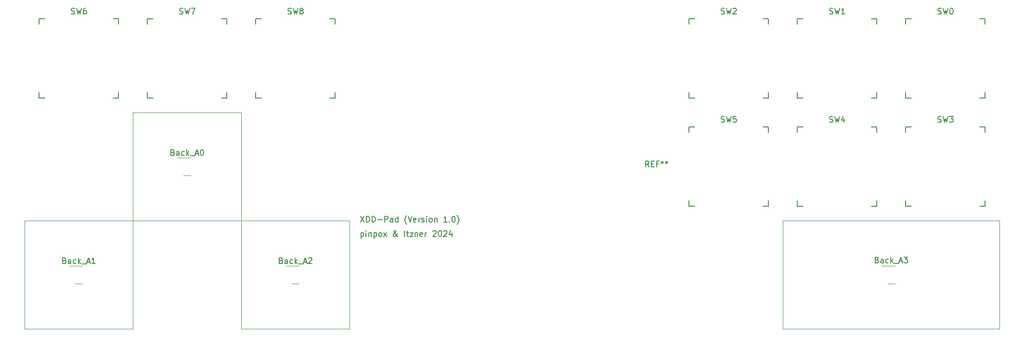
<source format=gbr>
%TF.GenerationSoftware,KiCad,Pcbnew,7.0.9*%
%TF.CreationDate,2024-01-30T16:44:38+01:00*%
%TF.ProjectId,tm-gamepad,746d2d67-616d-4657-9061-642e6b696361,rev?*%
%TF.SameCoordinates,Original*%
%TF.FileFunction,Legend,Top*%
%TF.FilePolarity,Positive*%
%FSLAX46Y46*%
G04 Gerber Fmt 4.6, Leading zero omitted, Abs format (unit mm)*
G04 Created by KiCad (PCBNEW 7.0.9) date 2024-01-30 16:44:38*
%MOMM*%
%LPD*%
G01*
G04 APERTURE LIST*
%ADD10C,0.150000*%
%ADD11C,0.100000*%
%ADD12C,0.120000*%
G04 APERTURE END LIST*
D10*
X105517541Y-73270819D02*
X106184207Y-74270819D01*
X106184207Y-73270819D02*
X105517541Y-74270819D01*
X106565160Y-74270819D02*
X106565160Y-73270819D01*
X106565160Y-73270819D02*
X106803255Y-73270819D01*
X106803255Y-73270819D02*
X106946112Y-73318438D01*
X106946112Y-73318438D02*
X107041350Y-73413676D01*
X107041350Y-73413676D02*
X107088969Y-73508914D01*
X107088969Y-73508914D02*
X107136588Y-73699390D01*
X107136588Y-73699390D02*
X107136588Y-73842247D01*
X107136588Y-73842247D02*
X107088969Y-74032723D01*
X107088969Y-74032723D02*
X107041350Y-74127961D01*
X107041350Y-74127961D02*
X106946112Y-74223200D01*
X106946112Y-74223200D02*
X106803255Y-74270819D01*
X106803255Y-74270819D02*
X106565160Y-74270819D01*
X107565160Y-74270819D02*
X107565160Y-73270819D01*
X107565160Y-73270819D02*
X107803255Y-73270819D01*
X107803255Y-73270819D02*
X107946112Y-73318438D01*
X107946112Y-73318438D02*
X108041350Y-73413676D01*
X108041350Y-73413676D02*
X108088969Y-73508914D01*
X108088969Y-73508914D02*
X108136588Y-73699390D01*
X108136588Y-73699390D02*
X108136588Y-73842247D01*
X108136588Y-73842247D02*
X108088969Y-74032723D01*
X108088969Y-74032723D02*
X108041350Y-74127961D01*
X108041350Y-74127961D02*
X107946112Y-74223200D01*
X107946112Y-74223200D02*
X107803255Y-74270819D01*
X107803255Y-74270819D02*
X107565160Y-74270819D01*
X108565160Y-73889866D02*
X109327065Y-73889866D01*
X109803255Y-74270819D02*
X109803255Y-73270819D01*
X109803255Y-73270819D02*
X110184207Y-73270819D01*
X110184207Y-73270819D02*
X110279445Y-73318438D01*
X110279445Y-73318438D02*
X110327064Y-73366057D01*
X110327064Y-73366057D02*
X110374683Y-73461295D01*
X110374683Y-73461295D02*
X110374683Y-73604152D01*
X110374683Y-73604152D02*
X110327064Y-73699390D01*
X110327064Y-73699390D02*
X110279445Y-73747009D01*
X110279445Y-73747009D02*
X110184207Y-73794628D01*
X110184207Y-73794628D02*
X109803255Y-73794628D01*
X111231826Y-74270819D02*
X111231826Y-73747009D01*
X111231826Y-73747009D02*
X111184207Y-73651771D01*
X111184207Y-73651771D02*
X111088969Y-73604152D01*
X111088969Y-73604152D02*
X110898493Y-73604152D01*
X110898493Y-73604152D02*
X110803255Y-73651771D01*
X111231826Y-74223200D02*
X111136588Y-74270819D01*
X111136588Y-74270819D02*
X110898493Y-74270819D01*
X110898493Y-74270819D02*
X110803255Y-74223200D01*
X110803255Y-74223200D02*
X110755636Y-74127961D01*
X110755636Y-74127961D02*
X110755636Y-74032723D01*
X110755636Y-74032723D02*
X110803255Y-73937485D01*
X110803255Y-73937485D02*
X110898493Y-73889866D01*
X110898493Y-73889866D02*
X111136588Y-73889866D01*
X111136588Y-73889866D02*
X111231826Y-73842247D01*
X112136588Y-74270819D02*
X112136588Y-73270819D01*
X112136588Y-74223200D02*
X112041350Y-74270819D01*
X112041350Y-74270819D02*
X111850874Y-74270819D01*
X111850874Y-74270819D02*
X111755636Y-74223200D01*
X111755636Y-74223200D02*
X111708017Y-74175580D01*
X111708017Y-74175580D02*
X111660398Y-74080342D01*
X111660398Y-74080342D02*
X111660398Y-73794628D01*
X111660398Y-73794628D02*
X111708017Y-73699390D01*
X111708017Y-73699390D02*
X111755636Y-73651771D01*
X111755636Y-73651771D02*
X111850874Y-73604152D01*
X111850874Y-73604152D02*
X112041350Y-73604152D01*
X112041350Y-73604152D02*
X112136588Y-73651771D01*
X113660398Y-74651771D02*
X113612779Y-74604152D01*
X113612779Y-74604152D02*
X113517541Y-74461295D01*
X113517541Y-74461295D02*
X113469922Y-74366057D01*
X113469922Y-74366057D02*
X113422303Y-74223200D01*
X113422303Y-74223200D02*
X113374684Y-73985104D01*
X113374684Y-73985104D02*
X113374684Y-73794628D01*
X113374684Y-73794628D02*
X113422303Y-73556533D01*
X113422303Y-73556533D02*
X113469922Y-73413676D01*
X113469922Y-73413676D02*
X113517541Y-73318438D01*
X113517541Y-73318438D02*
X113612779Y-73175580D01*
X113612779Y-73175580D02*
X113660398Y-73127961D01*
X113898494Y-73270819D02*
X114231827Y-74270819D01*
X114231827Y-74270819D02*
X114565160Y-73270819D01*
X115279446Y-74223200D02*
X115184208Y-74270819D01*
X115184208Y-74270819D02*
X114993732Y-74270819D01*
X114993732Y-74270819D02*
X114898494Y-74223200D01*
X114898494Y-74223200D02*
X114850875Y-74127961D01*
X114850875Y-74127961D02*
X114850875Y-73747009D01*
X114850875Y-73747009D02*
X114898494Y-73651771D01*
X114898494Y-73651771D02*
X114993732Y-73604152D01*
X114993732Y-73604152D02*
X115184208Y-73604152D01*
X115184208Y-73604152D02*
X115279446Y-73651771D01*
X115279446Y-73651771D02*
X115327065Y-73747009D01*
X115327065Y-73747009D02*
X115327065Y-73842247D01*
X115327065Y-73842247D02*
X114850875Y-73937485D01*
X115755637Y-74270819D02*
X115755637Y-73604152D01*
X115755637Y-73794628D02*
X115803256Y-73699390D01*
X115803256Y-73699390D02*
X115850875Y-73651771D01*
X115850875Y-73651771D02*
X115946113Y-73604152D01*
X115946113Y-73604152D02*
X116041351Y-73604152D01*
X116327066Y-74223200D02*
X116422304Y-74270819D01*
X116422304Y-74270819D02*
X116612780Y-74270819D01*
X116612780Y-74270819D02*
X116708018Y-74223200D01*
X116708018Y-74223200D02*
X116755637Y-74127961D01*
X116755637Y-74127961D02*
X116755637Y-74080342D01*
X116755637Y-74080342D02*
X116708018Y-73985104D01*
X116708018Y-73985104D02*
X116612780Y-73937485D01*
X116612780Y-73937485D02*
X116469923Y-73937485D01*
X116469923Y-73937485D02*
X116374685Y-73889866D01*
X116374685Y-73889866D02*
X116327066Y-73794628D01*
X116327066Y-73794628D02*
X116327066Y-73747009D01*
X116327066Y-73747009D02*
X116374685Y-73651771D01*
X116374685Y-73651771D02*
X116469923Y-73604152D01*
X116469923Y-73604152D02*
X116612780Y-73604152D01*
X116612780Y-73604152D02*
X116708018Y-73651771D01*
X117184209Y-74270819D02*
X117184209Y-73604152D01*
X117184209Y-73270819D02*
X117136590Y-73318438D01*
X117136590Y-73318438D02*
X117184209Y-73366057D01*
X117184209Y-73366057D02*
X117231828Y-73318438D01*
X117231828Y-73318438D02*
X117184209Y-73270819D01*
X117184209Y-73270819D02*
X117184209Y-73366057D01*
X117803256Y-74270819D02*
X117708018Y-74223200D01*
X117708018Y-74223200D02*
X117660399Y-74175580D01*
X117660399Y-74175580D02*
X117612780Y-74080342D01*
X117612780Y-74080342D02*
X117612780Y-73794628D01*
X117612780Y-73794628D02*
X117660399Y-73699390D01*
X117660399Y-73699390D02*
X117708018Y-73651771D01*
X117708018Y-73651771D02*
X117803256Y-73604152D01*
X117803256Y-73604152D02*
X117946113Y-73604152D01*
X117946113Y-73604152D02*
X118041351Y-73651771D01*
X118041351Y-73651771D02*
X118088970Y-73699390D01*
X118088970Y-73699390D02*
X118136589Y-73794628D01*
X118136589Y-73794628D02*
X118136589Y-74080342D01*
X118136589Y-74080342D02*
X118088970Y-74175580D01*
X118088970Y-74175580D02*
X118041351Y-74223200D01*
X118041351Y-74223200D02*
X117946113Y-74270819D01*
X117946113Y-74270819D02*
X117803256Y-74270819D01*
X118565161Y-73604152D02*
X118565161Y-74270819D01*
X118565161Y-73699390D02*
X118612780Y-73651771D01*
X118612780Y-73651771D02*
X118708018Y-73604152D01*
X118708018Y-73604152D02*
X118850875Y-73604152D01*
X118850875Y-73604152D02*
X118946113Y-73651771D01*
X118946113Y-73651771D02*
X118993732Y-73747009D01*
X118993732Y-73747009D02*
X118993732Y-74270819D01*
X120755637Y-74270819D02*
X120184209Y-74270819D01*
X120469923Y-74270819D02*
X120469923Y-73270819D01*
X120469923Y-73270819D02*
X120374685Y-73413676D01*
X120374685Y-73413676D02*
X120279447Y-73508914D01*
X120279447Y-73508914D02*
X120184209Y-73556533D01*
X121184209Y-74175580D02*
X121231828Y-74223200D01*
X121231828Y-74223200D02*
X121184209Y-74270819D01*
X121184209Y-74270819D02*
X121136590Y-74223200D01*
X121136590Y-74223200D02*
X121184209Y-74175580D01*
X121184209Y-74175580D02*
X121184209Y-74270819D01*
X121850875Y-73270819D02*
X121946113Y-73270819D01*
X121946113Y-73270819D02*
X122041351Y-73318438D01*
X122041351Y-73318438D02*
X122088970Y-73366057D01*
X122088970Y-73366057D02*
X122136589Y-73461295D01*
X122136589Y-73461295D02*
X122184208Y-73651771D01*
X122184208Y-73651771D02*
X122184208Y-73889866D01*
X122184208Y-73889866D02*
X122136589Y-74080342D01*
X122136589Y-74080342D02*
X122088970Y-74175580D01*
X122088970Y-74175580D02*
X122041351Y-74223200D01*
X122041351Y-74223200D02*
X121946113Y-74270819D01*
X121946113Y-74270819D02*
X121850875Y-74270819D01*
X121850875Y-74270819D02*
X121755637Y-74223200D01*
X121755637Y-74223200D02*
X121708018Y-74175580D01*
X121708018Y-74175580D02*
X121660399Y-74080342D01*
X121660399Y-74080342D02*
X121612780Y-73889866D01*
X121612780Y-73889866D02*
X121612780Y-73651771D01*
X121612780Y-73651771D02*
X121660399Y-73461295D01*
X121660399Y-73461295D02*
X121708018Y-73366057D01*
X121708018Y-73366057D02*
X121755637Y-73318438D01*
X121755637Y-73318438D02*
X121850875Y-73270819D01*
X122517542Y-74651771D02*
X122565161Y-74604152D01*
X122565161Y-74604152D02*
X122660399Y-74461295D01*
X122660399Y-74461295D02*
X122708018Y-74366057D01*
X122708018Y-74366057D02*
X122755637Y-74223200D01*
X122755637Y-74223200D02*
X122803256Y-73985104D01*
X122803256Y-73985104D02*
X122803256Y-73794628D01*
X122803256Y-73794628D02*
X122755637Y-73556533D01*
X122755637Y-73556533D02*
X122708018Y-73413676D01*
X122708018Y-73413676D02*
X122660399Y-73318438D01*
X122660399Y-73318438D02*
X122565161Y-73175580D01*
X122565161Y-73175580D02*
X122517542Y-73127961D01*
X118265160Y-75906057D02*
X118312779Y-75858438D01*
X118312779Y-75858438D02*
X118408017Y-75810819D01*
X118408017Y-75810819D02*
X118646112Y-75810819D01*
X118646112Y-75810819D02*
X118741350Y-75858438D01*
X118741350Y-75858438D02*
X118788969Y-75906057D01*
X118788969Y-75906057D02*
X118836588Y-76001295D01*
X118836588Y-76001295D02*
X118836588Y-76096533D01*
X118836588Y-76096533D02*
X118788969Y-76239390D01*
X118788969Y-76239390D02*
X118217541Y-76810819D01*
X118217541Y-76810819D02*
X118836588Y-76810819D01*
X119455636Y-75810819D02*
X119550874Y-75810819D01*
X119550874Y-75810819D02*
X119646112Y-75858438D01*
X119646112Y-75858438D02*
X119693731Y-75906057D01*
X119693731Y-75906057D02*
X119741350Y-76001295D01*
X119741350Y-76001295D02*
X119788969Y-76191771D01*
X119788969Y-76191771D02*
X119788969Y-76429866D01*
X119788969Y-76429866D02*
X119741350Y-76620342D01*
X119741350Y-76620342D02*
X119693731Y-76715580D01*
X119693731Y-76715580D02*
X119646112Y-76763200D01*
X119646112Y-76763200D02*
X119550874Y-76810819D01*
X119550874Y-76810819D02*
X119455636Y-76810819D01*
X119455636Y-76810819D02*
X119360398Y-76763200D01*
X119360398Y-76763200D02*
X119312779Y-76715580D01*
X119312779Y-76715580D02*
X119265160Y-76620342D01*
X119265160Y-76620342D02*
X119217541Y-76429866D01*
X119217541Y-76429866D02*
X119217541Y-76191771D01*
X119217541Y-76191771D02*
X119265160Y-76001295D01*
X119265160Y-76001295D02*
X119312779Y-75906057D01*
X119312779Y-75906057D02*
X119360398Y-75858438D01*
X119360398Y-75858438D02*
X119455636Y-75810819D01*
X120169922Y-75906057D02*
X120217541Y-75858438D01*
X120217541Y-75858438D02*
X120312779Y-75810819D01*
X120312779Y-75810819D02*
X120550874Y-75810819D01*
X120550874Y-75810819D02*
X120646112Y-75858438D01*
X120646112Y-75858438D02*
X120693731Y-75906057D01*
X120693731Y-75906057D02*
X120741350Y-76001295D01*
X120741350Y-76001295D02*
X120741350Y-76096533D01*
X120741350Y-76096533D02*
X120693731Y-76239390D01*
X120693731Y-76239390D02*
X120122303Y-76810819D01*
X120122303Y-76810819D02*
X120741350Y-76810819D01*
X121598493Y-76144152D02*
X121598493Y-76810819D01*
X121360398Y-75763200D02*
X121122303Y-76477485D01*
X121122303Y-76477485D02*
X121741350Y-76477485D01*
X105612779Y-76144152D02*
X105612779Y-77144152D01*
X105612779Y-76191771D02*
X105708017Y-76144152D01*
X105708017Y-76144152D02*
X105898493Y-76144152D01*
X105898493Y-76144152D02*
X105993731Y-76191771D01*
X105993731Y-76191771D02*
X106041350Y-76239390D01*
X106041350Y-76239390D02*
X106088969Y-76334628D01*
X106088969Y-76334628D02*
X106088969Y-76620342D01*
X106088969Y-76620342D02*
X106041350Y-76715580D01*
X106041350Y-76715580D02*
X105993731Y-76763200D01*
X105993731Y-76763200D02*
X105898493Y-76810819D01*
X105898493Y-76810819D02*
X105708017Y-76810819D01*
X105708017Y-76810819D02*
X105612779Y-76763200D01*
X106517541Y-76810819D02*
X106517541Y-76144152D01*
X106517541Y-75810819D02*
X106469922Y-75858438D01*
X106469922Y-75858438D02*
X106517541Y-75906057D01*
X106517541Y-75906057D02*
X106565160Y-75858438D01*
X106565160Y-75858438D02*
X106517541Y-75810819D01*
X106517541Y-75810819D02*
X106517541Y-75906057D01*
X106993731Y-76144152D02*
X106993731Y-76810819D01*
X106993731Y-76239390D02*
X107041350Y-76191771D01*
X107041350Y-76191771D02*
X107136588Y-76144152D01*
X107136588Y-76144152D02*
X107279445Y-76144152D01*
X107279445Y-76144152D02*
X107374683Y-76191771D01*
X107374683Y-76191771D02*
X107422302Y-76287009D01*
X107422302Y-76287009D02*
X107422302Y-76810819D01*
X107898493Y-76144152D02*
X107898493Y-77144152D01*
X107898493Y-76191771D02*
X107993731Y-76144152D01*
X107993731Y-76144152D02*
X108184207Y-76144152D01*
X108184207Y-76144152D02*
X108279445Y-76191771D01*
X108279445Y-76191771D02*
X108327064Y-76239390D01*
X108327064Y-76239390D02*
X108374683Y-76334628D01*
X108374683Y-76334628D02*
X108374683Y-76620342D01*
X108374683Y-76620342D02*
X108327064Y-76715580D01*
X108327064Y-76715580D02*
X108279445Y-76763200D01*
X108279445Y-76763200D02*
X108184207Y-76810819D01*
X108184207Y-76810819D02*
X107993731Y-76810819D01*
X107993731Y-76810819D02*
X107898493Y-76763200D01*
X108946112Y-76810819D02*
X108850874Y-76763200D01*
X108850874Y-76763200D02*
X108803255Y-76715580D01*
X108803255Y-76715580D02*
X108755636Y-76620342D01*
X108755636Y-76620342D02*
X108755636Y-76334628D01*
X108755636Y-76334628D02*
X108803255Y-76239390D01*
X108803255Y-76239390D02*
X108850874Y-76191771D01*
X108850874Y-76191771D02*
X108946112Y-76144152D01*
X108946112Y-76144152D02*
X109088969Y-76144152D01*
X109088969Y-76144152D02*
X109184207Y-76191771D01*
X109184207Y-76191771D02*
X109231826Y-76239390D01*
X109231826Y-76239390D02*
X109279445Y-76334628D01*
X109279445Y-76334628D02*
X109279445Y-76620342D01*
X109279445Y-76620342D02*
X109231826Y-76715580D01*
X109231826Y-76715580D02*
X109184207Y-76763200D01*
X109184207Y-76763200D02*
X109088969Y-76810819D01*
X109088969Y-76810819D02*
X108946112Y-76810819D01*
X109612779Y-76810819D02*
X110136588Y-76144152D01*
X109612779Y-76144152D02*
X110136588Y-76810819D01*
X112088970Y-76810819D02*
X112041351Y-76810819D01*
X112041351Y-76810819D02*
X111946112Y-76763200D01*
X111946112Y-76763200D02*
X111803255Y-76620342D01*
X111803255Y-76620342D02*
X111565160Y-76334628D01*
X111565160Y-76334628D02*
X111469922Y-76191771D01*
X111469922Y-76191771D02*
X111422303Y-76048914D01*
X111422303Y-76048914D02*
X111422303Y-75953676D01*
X111422303Y-75953676D02*
X111469922Y-75858438D01*
X111469922Y-75858438D02*
X111565160Y-75810819D01*
X111565160Y-75810819D02*
X111612779Y-75810819D01*
X111612779Y-75810819D02*
X111708017Y-75858438D01*
X111708017Y-75858438D02*
X111755636Y-75953676D01*
X111755636Y-75953676D02*
X111755636Y-76001295D01*
X111755636Y-76001295D02*
X111708017Y-76096533D01*
X111708017Y-76096533D02*
X111660398Y-76144152D01*
X111660398Y-76144152D02*
X111374684Y-76334628D01*
X111374684Y-76334628D02*
X111327065Y-76382247D01*
X111327065Y-76382247D02*
X111279446Y-76477485D01*
X111279446Y-76477485D02*
X111279446Y-76620342D01*
X111279446Y-76620342D02*
X111327065Y-76715580D01*
X111327065Y-76715580D02*
X111374684Y-76763200D01*
X111374684Y-76763200D02*
X111469922Y-76810819D01*
X111469922Y-76810819D02*
X111612779Y-76810819D01*
X111612779Y-76810819D02*
X111708017Y-76763200D01*
X111708017Y-76763200D02*
X111755636Y-76715580D01*
X111755636Y-76715580D02*
X111898493Y-76525104D01*
X111898493Y-76525104D02*
X111946112Y-76382247D01*
X111946112Y-76382247D02*
X111946112Y-76287009D01*
X113279446Y-76810819D02*
X113279446Y-75810819D01*
X113612779Y-76144152D02*
X113993731Y-76144152D01*
X113755636Y-75810819D02*
X113755636Y-76667961D01*
X113755636Y-76667961D02*
X113803255Y-76763200D01*
X113803255Y-76763200D02*
X113898493Y-76810819D01*
X113898493Y-76810819D02*
X113993731Y-76810819D01*
X114231827Y-76144152D02*
X114755636Y-76144152D01*
X114755636Y-76144152D02*
X114231827Y-76810819D01*
X114231827Y-76810819D02*
X114755636Y-76810819D01*
X115136589Y-76144152D02*
X115136589Y-76810819D01*
X115136589Y-76239390D02*
X115184208Y-76191771D01*
X115184208Y-76191771D02*
X115279446Y-76144152D01*
X115279446Y-76144152D02*
X115422303Y-76144152D01*
X115422303Y-76144152D02*
X115517541Y-76191771D01*
X115517541Y-76191771D02*
X115565160Y-76287009D01*
X115565160Y-76287009D02*
X115565160Y-76810819D01*
X116422303Y-76763200D02*
X116327065Y-76810819D01*
X116327065Y-76810819D02*
X116136589Y-76810819D01*
X116136589Y-76810819D02*
X116041351Y-76763200D01*
X116041351Y-76763200D02*
X115993732Y-76667961D01*
X115993732Y-76667961D02*
X115993732Y-76287009D01*
X115993732Y-76287009D02*
X116041351Y-76191771D01*
X116041351Y-76191771D02*
X116136589Y-76144152D01*
X116136589Y-76144152D02*
X116327065Y-76144152D01*
X116327065Y-76144152D02*
X116422303Y-76191771D01*
X116422303Y-76191771D02*
X116469922Y-76287009D01*
X116469922Y-76287009D02*
X116469922Y-76382247D01*
X116469922Y-76382247D02*
X115993732Y-76477485D01*
X116898494Y-76810819D02*
X116898494Y-76144152D01*
X116898494Y-76334628D02*
X116946113Y-76239390D01*
X116946113Y-76239390D02*
X116993732Y-76191771D01*
X116993732Y-76191771D02*
X117088970Y-76144152D01*
X117088970Y-76144152D02*
X117184208Y-76144152D01*
X196374999Y-80951009D02*
X196517856Y-80998628D01*
X196517856Y-80998628D02*
X196565475Y-81046247D01*
X196565475Y-81046247D02*
X196613094Y-81141485D01*
X196613094Y-81141485D02*
X196613094Y-81284342D01*
X196613094Y-81284342D02*
X196565475Y-81379580D01*
X196565475Y-81379580D02*
X196517856Y-81427200D01*
X196517856Y-81427200D02*
X196422618Y-81474819D01*
X196422618Y-81474819D02*
X196041666Y-81474819D01*
X196041666Y-81474819D02*
X196041666Y-80474819D01*
X196041666Y-80474819D02*
X196374999Y-80474819D01*
X196374999Y-80474819D02*
X196470237Y-80522438D01*
X196470237Y-80522438D02*
X196517856Y-80570057D01*
X196517856Y-80570057D02*
X196565475Y-80665295D01*
X196565475Y-80665295D02*
X196565475Y-80760533D01*
X196565475Y-80760533D02*
X196517856Y-80855771D01*
X196517856Y-80855771D02*
X196470237Y-80903390D01*
X196470237Y-80903390D02*
X196374999Y-80951009D01*
X196374999Y-80951009D02*
X196041666Y-80951009D01*
X197470237Y-81474819D02*
X197470237Y-80951009D01*
X197470237Y-80951009D02*
X197422618Y-80855771D01*
X197422618Y-80855771D02*
X197327380Y-80808152D01*
X197327380Y-80808152D02*
X197136904Y-80808152D01*
X197136904Y-80808152D02*
X197041666Y-80855771D01*
X197470237Y-81427200D02*
X197374999Y-81474819D01*
X197374999Y-81474819D02*
X197136904Y-81474819D01*
X197136904Y-81474819D02*
X197041666Y-81427200D01*
X197041666Y-81427200D02*
X196994047Y-81331961D01*
X196994047Y-81331961D02*
X196994047Y-81236723D01*
X196994047Y-81236723D02*
X197041666Y-81141485D01*
X197041666Y-81141485D02*
X197136904Y-81093866D01*
X197136904Y-81093866D02*
X197374999Y-81093866D01*
X197374999Y-81093866D02*
X197470237Y-81046247D01*
X198374999Y-81427200D02*
X198279761Y-81474819D01*
X198279761Y-81474819D02*
X198089285Y-81474819D01*
X198089285Y-81474819D02*
X197994047Y-81427200D01*
X197994047Y-81427200D02*
X197946428Y-81379580D01*
X197946428Y-81379580D02*
X197898809Y-81284342D01*
X197898809Y-81284342D02*
X197898809Y-80998628D01*
X197898809Y-80998628D02*
X197946428Y-80903390D01*
X197946428Y-80903390D02*
X197994047Y-80855771D01*
X197994047Y-80855771D02*
X198089285Y-80808152D01*
X198089285Y-80808152D02*
X198279761Y-80808152D01*
X198279761Y-80808152D02*
X198374999Y-80855771D01*
X198803571Y-81474819D02*
X198803571Y-80474819D01*
X198898809Y-81093866D02*
X199184523Y-81474819D01*
X199184523Y-80808152D02*
X198803571Y-81189104D01*
X199375000Y-81570057D02*
X200136904Y-81570057D01*
X200327381Y-81189104D02*
X200803571Y-81189104D01*
X200232143Y-81474819D02*
X200565476Y-80474819D01*
X200565476Y-80474819D02*
X200898809Y-81474819D01*
X201136905Y-80474819D02*
X201755952Y-80474819D01*
X201755952Y-80474819D02*
X201422619Y-80855771D01*
X201422619Y-80855771D02*
X201565476Y-80855771D01*
X201565476Y-80855771D02*
X201660714Y-80903390D01*
X201660714Y-80903390D02*
X201708333Y-80951009D01*
X201708333Y-80951009D02*
X201755952Y-81046247D01*
X201755952Y-81046247D02*
X201755952Y-81284342D01*
X201755952Y-81284342D02*
X201708333Y-81379580D01*
X201708333Y-81379580D02*
X201660714Y-81427200D01*
X201660714Y-81427200D02*
X201565476Y-81474819D01*
X201565476Y-81474819D02*
X201279762Y-81474819D01*
X201279762Y-81474819D02*
X201184524Y-81427200D01*
X201184524Y-81427200D02*
X201136905Y-81379580D01*
X156266666Y-64559819D02*
X155933333Y-64083628D01*
X155695238Y-64559819D02*
X155695238Y-63559819D01*
X155695238Y-63559819D02*
X156076190Y-63559819D01*
X156076190Y-63559819D02*
X156171428Y-63607438D01*
X156171428Y-63607438D02*
X156219047Y-63655057D01*
X156219047Y-63655057D02*
X156266666Y-63750295D01*
X156266666Y-63750295D02*
X156266666Y-63893152D01*
X156266666Y-63893152D02*
X156219047Y-63988390D01*
X156219047Y-63988390D02*
X156171428Y-64036009D01*
X156171428Y-64036009D02*
X156076190Y-64083628D01*
X156076190Y-64083628D02*
X155695238Y-64083628D01*
X156695238Y-64036009D02*
X157028571Y-64036009D01*
X157171428Y-64559819D02*
X156695238Y-64559819D01*
X156695238Y-64559819D02*
X156695238Y-63559819D01*
X156695238Y-63559819D02*
X157171428Y-63559819D01*
X157933333Y-64036009D02*
X157600000Y-64036009D01*
X157600000Y-64559819D02*
X157600000Y-63559819D01*
X157600000Y-63559819D02*
X158076190Y-63559819D01*
X158600000Y-63559819D02*
X158600000Y-63797914D01*
X158361905Y-63702676D02*
X158600000Y-63797914D01*
X158600000Y-63797914D02*
X158838095Y-63702676D01*
X158457143Y-63988390D02*
X158600000Y-63797914D01*
X158600000Y-63797914D02*
X158742857Y-63988390D01*
X159361905Y-63559819D02*
X159361905Y-63797914D01*
X159123810Y-63702676D02*
X159361905Y-63797914D01*
X159361905Y-63797914D02*
X159600000Y-63702676D01*
X159219048Y-63988390D02*
X159361905Y-63797914D01*
X159361905Y-63797914D02*
X159504762Y-63988390D01*
X188016667Y-56647200D02*
X188159524Y-56694819D01*
X188159524Y-56694819D02*
X188397619Y-56694819D01*
X188397619Y-56694819D02*
X188492857Y-56647200D01*
X188492857Y-56647200D02*
X188540476Y-56599580D01*
X188540476Y-56599580D02*
X188588095Y-56504342D01*
X188588095Y-56504342D02*
X188588095Y-56409104D01*
X188588095Y-56409104D02*
X188540476Y-56313866D01*
X188540476Y-56313866D02*
X188492857Y-56266247D01*
X188492857Y-56266247D02*
X188397619Y-56218628D01*
X188397619Y-56218628D02*
X188207143Y-56171009D01*
X188207143Y-56171009D02*
X188111905Y-56123390D01*
X188111905Y-56123390D02*
X188064286Y-56075771D01*
X188064286Y-56075771D02*
X188016667Y-55980533D01*
X188016667Y-55980533D02*
X188016667Y-55885295D01*
X188016667Y-55885295D02*
X188064286Y-55790057D01*
X188064286Y-55790057D02*
X188111905Y-55742438D01*
X188111905Y-55742438D02*
X188207143Y-55694819D01*
X188207143Y-55694819D02*
X188445238Y-55694819D01*
X188445238Y-55694819D02*
X188588095Y-55742438D01*
X188921429Y-55694819D02*
X189159524Y-56694819D01*
X189159524Y-56694819D02*
X189350000Y-55980533D01*
X189350000Y-55980533D02*
X189540476Y-56694819D01*
X189540476Y-56694819D02*
X189778572Y-55694819D01*
X190588095Y-56028152D02*
X190588095Y-56694819D01*
X190350000Y-55647200D02*
X190111905Y-56361485D01*
X190111905Y-56361485D02*
X190730952Y-56361485D01*
X92766667Y-37597200D02*
X92909524Y-37644819D01*
X92909524Y-37644819D02*
X93147619Y-37644819D01*
X93147619Y-37644819D02*
X93242857Y-37597200D01*
X93242857Y-37597200D02*
X93290476Y-37549580D01*
X93290476Y-37549580D02*
X93338095Y-37454342D01*
X93338095Y-37454342D02*
X93338095Y-37359104D01*
X93338095Y-37359104D02*
X93290476Y-37263866D01*
X93290476Y-37263866D02*
X93242857Y-37216247D01*
X93242857Y-37216247D02*
X93147619Y-37168628D01*
X93147619Y-37168628D02*
X92957143Y-37121009D01*
X92957143Y-37121009D02*
X92861905Y-37073390D01*
X92861905Y-37073390D02*
X92814286Y-37025771D01*
X92814286Y-37025771D02*
X92766667Y-36930533D01*
X92766667Y-36930533D02*
X92766667Y-36835295D01*
X92766667Y-36835295D02*
X92814286Y-36740057D01*
X92814286Y-36740057D02*
X92861905Y-36692438D01*
X92861905Y-36692438D02*
X92957143Y-36644819D01*
X92957143Y-36644819D02*
X93195238Y-36644819D01*
X93195238Y-36644819D02*
X93338095Y-36692438D01*
X93671429Y-36644819D02*
X93909524Y-37644819D01*
X93909524Y-37644819D02*
X94100000Y-36930533D01*
X94100000Y-36930533D02*
X94290476Y-37644819D01*
X94290476Y-37644819D02*
X94528572Y-36644819D01*
X95052381Y-37073390D02*
X94957143Y-37025771D01*
X94957143Y-37025771D02*
X94909524Y-36978152D01*
X94909524Y-36978152D02*
X94861905Y-36882914D01*
X94861905Y-36882914D02*
X94861905Y-36835295D01*
X94861905Y-36835295D02*
X94909524Y-36740057D01*
X94909524Y-36740057D02*
X94957143Y-36692438D01*
X94957143Y-36692438D02*
X95052381Y-36644819D01*
X95052381Y-36644819D02*
X95242857Y-36644819D01*
X95242857Y-36644819D02*
X95338095Y-36692438D01*
X95338095Y-36692438D02*
X95385714Y-36740057D01*
X95385714Y-36740057D02*
X95433333Y-36835295D01*
X95433333Y-36835295D02*
X95433333Y-36882914D01*
X95433333Y-36882914D02*
X95385714Y-36978152D01*
X95385714Y-36978152D02*
X95338095Y-37025771D01*
X95338095Y-37025771D02*
X95242857Y-37073390D01*
X95242857Y-37073390D02*
X95052381Y-37073390D01*
X95052381Y-37073390D02*
X94957143Y-37121009D01*
X94957143Y-37121009D02*
X94909524Y-37168628D01*
X94909524Y-37168628D02*
X94861905Y-37263866D01*
X94861905Y-37263866D02*
X94861905Y-37454342D01*
X94861905Y-37454342D02*
X94909524Y-37549580D01*
X94909524Y-37549580D02*
X94957143Y-37597200D01*
X94957143Y-37597200D02*
X95052381Y-37644819D01*
X95052381Y-37644819D02*
X95242857Y-37644819D01*
X95242857Y-37644819D02*
X95338095Y-37597200D01*
X95338095Y-37597200D02*
X95385714Y-37549580D01*
X95385714Y-37549580D02*
X95433333Y-37454342D01*
X95433333Y-37454342D02*
X95433333Y-37263866D01*
X95433333Y-37263866D02*
X95385714Y-37168628D01*
X95385714Y-37168628D02*
X95338095Y-37121009D01*
X95338095Y-37121009D02*
X95242857Y-37073390D01*
X73716667Y-37597200D02*
X73859524Y-37644819D01*
X73859524Y-37644819D02*
X74097619Y-37644819D01*
X74097619Y-37644819D02*
X74192857Y-37597200D01*
X74192857Y-37597200D02*
X74240476Y-37549580D01*
X74240476Y-37549580D02*
X74288095Y-37454342D01*
X74288095Y-37454342D02*
X74288095Y-37359104D01*
X74288095Y-37359104D02*
X74240476Y-37263866D01*
X74240476Y-37263866D02*
X74192857Y-37216247D01*
X74192857Y-37216247D02*
X74097619Y-37168628D01*
X74097619Y-37168628D02*
X73907143Y-37121009D01*
X73907143Y-37121009D02*
X73811905Y-37073390D01*
X73811905Y-37073390D02*
X73764286Y-37025771D01*
X73764286Y-37025771D02*
X73716667Y-36930533D01*
X73716667Y-36930533D02*
X73716667Y-36835295D01*
X73716667Y-36835295D02*
X73764286Y-36740057D01*
X73764286Y-36740057D02*
X73811905Y-36692438D01*
X73811905Y-36692438D02*
X73907143Y-36644819D01*
X73907143Y-36644819D02*
X74145238Y-36644819D01*
X74145238Y-36644819D02*
X74288095Y-36692438D01*
X74621429Y-36644819D02*
X74859524Y-37644819D01*
X74859524Y-37644819D02*
X75050000Y-36930533D01*
X75050000Y-36930533D02*
X75240476Y-37644819D01*
X75240476Y-37644819D02*
X75478572Y-36644819D01*
X75764286Y-36644819D02*
X76430952Y-36644819D01*
X76430952Y-36644819D02*
X76002381Y-37644819D01*
X54666667Y-37597200D02*
X54809524Y-37644819D01*
X54809524Y-37644819D02*
X55047619Y-37644819D01*
X55047619Y-37644819D02*
X55142857Y-37597200D01*
X55142857Y-37597200D02*
X55190476Y-37549580D01*
X55190476Y-37549580D02*
X55238095Y-37454342D01*
X55238095Y-37454342D02*
X55238095Y-37359104D01*
X55238095Y-37359104D02*
X55190476Y-37263866D01*
X55190476Y-37263866D02*
X55142857Y-37216247D01*
X55142857Y-37216247D02*
X55047619Y-37168628D01*
X55047619Y-37168628D02*
X54857143Y-37121009D01*
X54857143Y-37121009D02*
X54761905Y-37073390D01*
X54761905Y-37073390D02*
X54714286Y-37025771D01*
X54714286Y-37025771D02*
X54666667Y-36930533D01*
X54666667Y-36930533D02*
X54666667Y-36835295D01*
X54666667Y-36835295D02*
X54714286Y-36740057D01*
X54714286Y-36740057D02*
X54761905Y-36692438D01*
X54761905Y-36692438D02*
X54857143Y-36644819D01*
X54857143Y-36644819D02*
X55095238Y-36644819D01*
X55095238Y-36644819D02*
X55238095Y-36692438D01*
X55571429Y-36644819D02*
X55809524Y-37644819D01*
X55809524Y-37644819D02*
X56000000Y-36930533D01*
X56000000Y-36930533D02*
X56190476Y-37644819D01*
X56190476Y-37644819D02*
X56428572Y-36644819D01*
X57238095Y-36644819D02*
X57047619Y-36644819D01*
X57047619Y-36644819D02*
X56952381Y-36692438D01*
X56952381Y-36692438D02*
X56904762Y-36740057D01*
X56904762Y-36740057D02*
X56809524Y-36882914D01*
X56809524Y-36882914D02*
X56761905Y-37073390D01*
X56761905Y-37073390D02*
X56761905Y-37454342D01*
X56761905Y-37454342D02*
X56809524Y-37549580D01*
X56809524Y-37549580D02*
X56857143Y-37597200D01*
X56857143Y-37597200D02*
X56952381Y-37644819D01*
X56952381Y-37644819D02*
X57142857Y-37644819D01*
X57142857Y-37644819D02*
X57238095Y-37597200D01*
X57238095Y-37597200D02*
X57285714Y-37549580D01*
X57285714Y-37549580D02*
X57333333Y-37454342D01*
X57333333Y-37454342D02*
X57333333Y-37216247D01*
X57333333Y-37216247D02*
X57285714Y-37121009D01*
X57285714Y-37121009D02*
X57238095Y-37073390D01*
X57238095Y-37073390D02*
X57142857Y-37025771D01*
X57142857Y-37025771D02*
X56952381Y-37025771D01*
X56952381Y-37025771D02*
X56857143Y-37073390D01*
X56857143Y-37073390D02*
X56809524Y-37121009D01*
X56809524Y-37121009D02*
X56761905Y-37216247D01*
X168966667Y-56647200D02*
X169109524Y-56694819D01*
X169109524Y-56694819D02*
X169347619Y-56694819D01*
X169347619Y-56694819D02*
X169442857Y-56647200D01*
X169442857Y-56647200D02*
X169490476Y-56599580D01*
X169490476Y-56599580D02*
X169538095Y-56504342D01*
X169538095Y-56504342D02*
X169538095Y-56409104D01*
X169538095Y-56409104D02*
X169490476Y-56313866D01*
X169490476Y-56313866D02*
X169442857Y-56266247D01*
X169442857Y-56266247D02*
X169347619Y-56218628D01*
X169347619Y-56218628D02*
X169157143Y-56171009D01*
X169157143Y-56171009D02*
X169061905Y-56123390D01*
X169061905Y-56123390D02*
X169014286Y-56075771D01*
X169014286Y-56075771D02*
X168966667Y-55980533D01*
X168966667Y-55980533D02*
X168966667Y-55885295D01*
X168966667Y-55885295D02*
X169014286Y-55790057D01*
X169014286Y-55790057D02*
X169061905Y-55742438D01*
X169061905Y-55742438D02*
X169157143Y-55694819D01*
X169157143Y-55694819D02*
X169395238Y-55694819D01*
X169395238Y-55694819D02*
X169538095Y-55742438D01*
X169871429Y-55694819D02*
X170109524Y-56694819D01*
X170109524Y-56694819D02*
X170300000Y-55980533D01*
X170300000Y-55980533D02*
X170490476Y-56694819D01*
X170490476Y-56694819D02*
X170728572Y-55694819D01*
X171585714Y-55694819D02*
X171109524Y-55694819D01*
X171109524Y-55694819D02*
X171061905Y-56171009D01*
X171061905Y-56171009D02*
X171109524Y-56123390D01*
X171109524Y-56123390D02*
X171204762Y-56075771D01*
X171204762Y-56075771D02*
X171442857Y-56075771D01*
X171442857Y-56075771D02*
X171538095Y-56123390D01*
X171538095Y-56123390D02*
X171585714Y-56171009D01*
X171585714Y-56171009D02*
X171633333Y-56266247D01*
X171633333Y-56266247D02*
X171633333Y-56504342D01*
X171633333Y-56504342D02*
X171585714Y-56599580D01*
X171585714Y-56599580D02*
X171538095Y-56647200D01*
X171538095Y-56647200D02*
X171442857Y-56694819D01*
X171442857Y-56694819D02*
X171204762Y-56694819D01*
X171204762Y-56694819D02*
X171109524Y-56647200D01*
X171109524Y-56647200D02*
X171061905Y-56599580D01*
X207066667Y-56647200D02*
X207209524Y-56694819D01*
X207209524Y-56694819D02*
X207447619Y-56694819D01*
X207447619Y-56694819D02*
X207542857Y-56647200D01*
X207542857Y-56647200D02*
X207590476Y-56599580D01*
X207590476Y-56599580D02*
X207638095Y-56504342D01*
X207638095Y-56504342D02*
X207638095Y-56409104D01*
X207638095Y-56409104D02*
X207590476Y-56313866D01*
X207590476Y-56313866D02*
X207542857Y-56266247D01*
X207542857Y-56266247D02*
X207447619Y-56218628D01*
X207447619Y-56218628D02*
X207257143Y-56171009D01*
X207257143Y-56171009D02*
X207161905Y-56123390D01*
X207161905Y-56123390D02*
X207114286Y-56075771D01*
X207114286Y-56075771D02*
X207066667Y-55980533D01*
X207066667Y-55980533D02*
X207066667Y-55885295D01*
X207066667Y-55885295D02*
X207114286Y-55790057D01*
X207114286Y-55790057D02*
X207161905Y-55742438D01*
X207161905Y-55742438D02*
X207257143Y-55694819D01*
X207257143Y-55694819D02*
X207495238Y-55694819D01*
X207495238Y-55694819D02*
X207638095Y-55742438D01*
X207971429Y-55694819D02*
X208209524Y-56694819D01*
X208209524Y-56694819D02*
X208400000Y-55980533D01*
X208400000Y-55980533D02*
X208590476Y-56694819D01*
X208590476Y-56694819D02*
X208828572Y-55694819D01*
X209114286Y-55694819D02*
X209733333Y-55694819D01*
X209733333Y-55694819D02*
X209400000Y-56075771D01*
X209400000Y-56075771D02*
X209542857Y-56075771D01*
X209542857Y-56075771D02*
X209638095Y-56123390D01*
X209638095Y-56123390D02*
X209685714Y-56171009D01*
X209685714Y-56171009D02*
X209733333Y-56266247D01*
X209733333Y-56266247D02*
X209733333Y-56504342D01*
X209733333Y-56504342D02*
X209685714Y-56599580D01*
X209685714Y-56599580D02*
X209638095Y-56647200D01*
X209638095Y-56647200D02*
X209542857Y-56694819D01*
X209542857Y-56694819D02*
X209257143Y-56694819D01*
X209257143Y-56694819D02*
X209161905Y-56647200D01*
X209161905Y-56647200D02*
X209114286Y-56599580D01*
X168966667Y-37597200D02*
X169109524Y-37644819D01*
X169109524Y-37644819D02*
X169347619Y-37644819D01*
X169347619Y-37644819D02*
X169442857Y-37597200D01*
X169442857Y-37597200D02*
X169490476Y-37549580D01*
X169490476Y-37549580D02*
X169538095Y-37454342D01*
X169538095Y-37454342D02*
X169538095Y-37359104D01*
X169538095Y-37359104D02*
X169490476Y-37263866D01*
X169490476Y-37263866D02*
X169442857Y-37216247D01*
X169442857Y-37216247D02*
X169347619Y-37168628D01*
X169347619Y-37168628D02*
X169157143Y-37121009D01*
X169157143Y-37121009D02*
X169061905Y-37073390D01*
X169061905Y-37073390D02*
X169014286Y-37025771D01*
X169014286Y-37025771D02*
X168966667Y-36930533D01*
X168966667Y-36930533D02*
X168966667Y-36835295D01*
X168966667Y-36835295D02*
X169014286Y-36740057D01*
X169014286Y-36740057D02*
X169061905Y-36692438D01*
X169061905Y-36692438D02*
X169157143Y-36644819D01*
X169157143Y-36644819D02*
X169395238Y-36644819D01*
X169395238Y-36644819D02*
X169538095Y-36692438D01*
X169871429Y-36644819D02*
X170109524Y-37644819D01*
X170109524Y-37644819D02*
X170300000Y-36930533D01*
X170300000Y-36930533D02*
X170490476Y-37644819D01*
X170490476Y-37644819D02*
X170728572Y-36644819D01*
X171061905Y-36740057D02*
X171109524Y-36692438D01*
X171109524Y-36692438D02*
X171204762Y-36644819D01*
X171204762Y-36644819D02*
X171442857Y-36644819D01*
X171442857Y-36644819D02*
X171538095Y-36692438D01*
X171538095Y-36692438D02*
X171585714Y-36740057D01*
X171585714Y-36740057D02*
X171633333Y-36835295D01*
X171633333Y-36835295D02*
X171633333Y-36930533D01*
X171633333Y-36930533D02*
X171585714Y-37073390D01*
X171585714Y-37073390D02*
X171014286Y-37644819D01*
X171014286Y-37644819D02*
X171633333Y-37644819D01*
X188016667Y-37597200D02*
X188159524Y-37644819D01*
X188159524Y-37644819D02*
X188397619Y-37644819D01*
X188397619Y-37644819D02*
X188492857Y-37597200D01*
X188492857Y-37597200D02*
X188540476Y-37549580D01*
X188540476Y-37549580D02*
X188588095Y-37454342D01*
X188588095Y-37454342D02*
X188588095Y-37359104D01*
X188588095Y-37359104D02*
X188540476Y-37263866D01*
X188540476Y-37263866D02*
X188492857Y-37216247D01*
X188492857Y-37216247D02*
X188397619Y-37168628D01*
X188397619Y-37168628D02*
X188207143Y-37121009D01*
X188207143Y-37121009D02*
X188111905Y-37073390D01*
X188111905Y-37073390D02*
X188064286Y-37025771D01*
X188064286Y-37025771D02*
X188016667Y-36930533D01*
X188016667Y-36930533D02*
X188016667Y-36835295D01*
X188016667Y-36835295D02*
X188064286Y-36740057D01*
X188064286Y-36740057D02*
X188111905Y-36692438D01*
X188111905Y-36692438D02*
X188207143Y-36644819D01*
X188207143Y-36644819D02*
X188445238Y-36644819D01*
X188445238Y-36644819D02*
X188588095Y-36692438D01*
X188921429Y-36644819D02*
X189159524Y-37644819D01*
X189159524Y-37644819D02*
X189350000Y-36930533D01*
X189350000Y-36930533D02*
X189540476Y-37644819D01*
X189540476Y-37644819D02*
X189778572Y-36644819D01*
X190683333Y-37644819D02*
X190111905Y-37644819D01*
X190397619Y-37644819D02*
X190397619Y-36644819D01*
X190397619Y-36644819D02*
X190302381Y-36787676D01*
X190302381Y-36787676D02*
X190207143Y-36882914D01*
X190207143Y-36882914D02*
X190111905Y-36930533D01*
X207066667Y-37597200D02*
X207209524Y-37644819D01*
X207209524Y-37644819D02*
X207447619Y-37644819D01*
X207447619Y-37644819D02*
X207542857Y-37597200D01*
X207542857Y-37597200D02*
X207590476Y-37549580D01*
X207590476Y-37549580D02*
X207638095Y-37454342D01*
X207638095Y-37454342D02*
X207638095Y-37359104D01*
X207638095Y-37359104D02*
X207590476Y-37263866D01*
X207590476Y-37263866D02*
X207542857Y-37216247D01*
X207542857Y-37216247D02*
X207447619Y-37168628D01*
X207447619Y-37168628D02*
X207257143Y-37121009D01*
X207257143Y-37121009D02*
X207161905Y-37073390D01*
X207161905Y-37073390D02*
X207114286Y-37025771D01*
X207114286Y-37025771D02*
X207066667Y-36930533D01*
X207066667Y-36930533D02*
X207066667Y-36835295D01*
X207066667Y-36835295D02*
X207114286Y-36740057D01*
X207114286Y-36740057D02*
X207161905Y-36692438D01*
X207161905Y-36692438D02*
X207257143Y-36644819D01*
X207257143Y-36644819D02*
X207495238Y-36644819D01*
X207495238Y-36644819D02*
X207638095Y-36692438D01*
X207971429Y-36644819D02*
X208209524Y-37644819D01*
X208209524Y-37644819D02*
X208400000Y-36930533D01*
X208400000Y-36930533D02*
X208590476Y-37644819D01*
X208590476Y-37644819D02*
X208828572Y-36644819D01*
X209400000Y-36644819D02*
X209495238Y-36644819D01*
X209495238Y-36644819D02*
X209590476Y-36692438D01*
X209590476Y-36692438D02*
X209638095Y-36740057D01*
X209638095Y-36740057D02*
X209685714Y-36835295D01*
X209685714Y-36835295D02*
X209733333Y-37025771D01*
X209733333Y-37025771D02*
X209733333Y-37263866D01*
X209733333Y-37263866D02*
X209685714Y-37454342D01*
X209685714Y-37454342D02*
X209638095Y-37549580D01*
X209638095Y-37549580D02*
X209590476Y-37597200D01*
X209590476Y-37597200D02*
X209495238Y-37644819D01*
X209495238Y-37644819D02*
X209400000Y-37644819D01*
X209400000Y-37644819D02*
X209304762Y-37597200D01*
X209304762Y-37597200D02*
X209257143Y-37549580D01*
X209257143Y-37549580D02*
X209209524Y-37454342D01*
X209209524Y-37454342D02*
X209161905Y-37263866D01*
X209161905Y-37263866D02*
X209161905Y-37025771D01*
X209161905Y-37025771D02*
X209209524Y-36835295D01*
X209209524Y-36835295D02*
X209257143Y-36740057D01*
X209257143Y-36740057D02*
X209304762Y-36692438D01*
X209304762Y-36692438D02*
X209400000Y-36644819D01*
X72549999Y-62026009D02*
X72692856Y-62073628D01*
X72692856Y-62073628D02*
X72740475Y-62121247D01*
X72740475Y-62121247D02*
X72788094Y-62216485D01*
X72788094Y-62216485D02*
X72788094Y-62359342D01*
X72788094Y-62359342D02*
X72740475Y-62454580D01*
X72740475Y-62454580D02*
X72692856Y-62502200D01*
X72692856Y-62502200D02*
X72597618Y-62549819D01*
X72597618Y-62549819D02*
X72216666Y-62549819D01*
X72216666Y-62549819D02*
X72216666Y-61549819D01*
X72216666Y-61549819D02*
X72549999Y-61549819D01*
X72549999Y-61549819D02*
X72645237Y-61597438D01*
X72645237Y-61597438D02*
X72692856Y-61645057D01*
X72692856Y-61645057D02*
X72740475Y-61740295D01*
X72740475Y-61740295D02*
X72740475Y-61835533D01*
X72740475Y-61835533D02*
X72692856Y-61930771D01*
X72692856Y-61930771D02*
X72645237Y-61978390D01*
X72645237Y-61978390D02*
X72549999Y-62026009D01*
X72549999Y-62026009D02*
X72216666Y-62026009D01*
X73645237Y-62549819D02*
X73645237Y-62026009D01*
X73645237Y-62026009D02*
X73597618Y-61930771D01*
X73597618Y-61930771D02*
X73502380Y-61883152D01*
X73502380Y-61883152D02*
X73311904Y-61883152D01*
X73311904Y-61883152D02*
X73216666Y-61930771D01*
X73645237Y-62502200D02*
X73549999Y-62549819D01*
X73549999Y-62549819D02*
X73311904Y-62549819D01*
X73311904Y-62549819D02*
X73216666Y-62502200D01*
X73216666Y-62502200D02*
X73169047Y-62406961D01*
X73169047Y-62406961D02*
X73169047Y-62311723D01*
X73169047Y-62311723D02*
X73216666Y-62216485D01*
X73216666Y-62216485D02*
X73311904Y-62168866D01*
X73311904Y-62168866D02*
X73549999Y-62168866D01*
X73549999Y-62168866D02*
X73645237Y-62121247D01*
X74549999Y-62502200D02*
X74454761Y-62549819D01*
X74454761Y-62549819D02*
X74264285Y-62549819D01*
X74264285Y-62549819D02*
X74169047Y-62502200D01*
X74169047Y-62502200D02*
X74121428Y-62454580D01*
X74121428Y-62454580D02*
X74073809Y-62359342D01*
X74073809Y-62359342D02*
X74073809Y-62073628D01*
X74073809Y-62073628D02*
X74121428Y-61978390D01*
X74121428Y-61978390D02*
X74169047Y-61930771D01*
X74169047Y-61930771D02*
X74264285Y-61883152D01*
X74264285Y-61883152D02*
X74454761Y-61883152D01*
X74454761Y-61883152D02*
X74549999Y-61930771D01*
X74978571Y-62549819D02*
X74978571Y-61549819D01*
X75073809Y-62168866D02*
X75359523Y-62549819D01*
X75359523Y-61883152D02*
X74978571Y-62264104D01*
X75550000Y-62645057D02*
X76311904Y-62645057D01*
X76502381Y-62264104D02*
X76978571Y-62264104D01*
X76407143Y-62549819D02*
X76740476Y-61549819D01*
X76740476Y-61549819D02*
X77073809Y-62549819D01*
X77597619Y-61549819D02*
X77692857Y-61549819D01*
X77692857Y-61549819D02*
X77788095Y-61597438D01*
X77788095Y-61597438D02*
X77835714Y-61645057D01*
X77835714Y-61645057D02*
X77883333Y-61740295D01*
X77883333Y-61740295D02*
X77930952Y-61930771D01*
X77930952Y-61930771D02*
X77930952Y-62168866D01*
X77930952Y-62168866D02*
X77883333Y-62359342D01*
X77883333Y-62359342D02*
X77835714Y-62454580D01*
X77835714Y-62454580D02*
X77788095Y-62502200D01*
X77788095Y-62502200D02*
X77692857Y-62549819D01*
X77692857Y-62549819D02*
X77597619Y-62549819D01*
X77597619Y-62549819D02*
X77502381Y-62502200D01*
X77502381Y-62502200D02*
X77454762Y-62454580D01*
X77454762Y-62454580D02*
X77407143Y-62359342D01*
X77407143Y-62359342D02*
X77359524Y-62168866D01*
X77359524Y-62168866D02*
X77359524Y-61930771D01*
X77359524Y-61930771D02*
X77407143Y-61740295D01*
X77407143Y-61740295D02*
X77454762Y-61645057D01*
X77454762Y-61645057D02*
X77502381Y-61597438D01*
X77502381Y-61597438D02*
X77597619Y-61549819D01*
X53499999Y-81076009D02*
X53642856Y-81123628D01*
X53642856Y-81123628D02*
X53690475Y-81171247D01*
X53690475Y-81171247D02*
X53738094Y-81266485D01*
X53738094Y-81266485D02*
X53738094Y-81409342D01*
X53738094Y-81409342D02*
X53690475Y-81504580D01*
X53690475Y-81504580D02*
X53642856Y-81552200D01*
X53642856Y-81552200D02*
X53547618Y-81599819D01*
X53547618Y-81599819D02*
X53166666Y-81599819D01*
X53166666Y-81599819D02*
X53166666Y-80599819D01*
X53166666Y-80599819D02*
X53499999Y-80599819D01*
X53499999Y-80599819D02*
X53595237Y-80647438D01*
X53595237Y-80647438D02*
X53642856Y-80695057D01*
X53642856Y-80695057D02*
X53690475Y-80790295D01*
X53690475Y-80790295D02*
X53690475Y-80885533D01*
X53690475Y-80885533D02*
X53642856Y-80980771D01*
X53642856Y-80980771D02*
X53595237Y-81028390D01*
X53595237Y-81028390D02*
X53499999Y-81076009D01*
X53499999Y-81076009D02*
X53166666Y-81076009D01*
X54595237Y-81599819D02*
X54595237Y-81076009D01*
X54595237Y-81076009D02*
X54547618Y-80980771D01*
X54547618Y-80980771D02*
X54452380Y-80933152D01*
X54452380Y-80933152D02*
X54261904Y-80933152D01*
X54261904Y-80933152D02*
X54166666Y-80980771D01*
X54595237Y-81552200D02*
X54499999Y-81599819D01*
X54499999Y-81599819D02*
X54261904Y-81599819D01*
X54261904Y-81599819D02*
X54166666Y-81552200D01*
X54166666Y-81552200D02*
X54119047Y-81456961D01*
X54119047Y-81456961D02*
X54119047Y-81361723D01*
X54119047Y-81361723D02*
X54166666Y-81266485D01*
X54166666Y-81266485D02*
X54261904Y-81218866D01*
X54261904Y-81218866D02*
X54499999Y-81218866D01*
X54499999Y-81218866D02*
X54595237Y-81171247D01*
X55499999Y-81552200D02*
X55404761Y-81599819D01*
X55404761Y-81599819D02*
X55214285Y-81599819D01*
X55214285Y-81599819D02*
X55119047Y-81552200D01*
X55119047Y-81552200D02*
X55071428Y-81504580D01*
X55071428Y-81504580D02*
X55023809Y-81409342D01*
X55023809Y-81409342D02*
X55023809Y-81123628D01*
X55023809Y-81123628D02*
X55071428Y-81028390D01*
X55071428Y-81028390D02*
X55119047Y-80980771D01*
X55119047Y-80980771D02*
X55214285Y-80933152D01*
X55214285Y-80933152D02*
X55404761Y-80933152D01*
X55404761Y-80933152D02*
X55499999Y-80980771D01*
X55928571Y-81599819D02*
X55928571Y-80599819D01*
X56023809Y-81218866D02*
X56309523Y-81599819D01*
X56309523Y-80933152D02*
X55928571Y-81314104D01*
X56500000Y-81695057D02*
X57261904Y-81695057D01*
X57452381Y-81314104D02*
X57928571Y-81314104D01*
X57357143Y-81599819D02*
X57690476Y-80599819D01*
X57690476Y-80599819D02*
X58023809Y-81599819D01*
X58880952Y-81599819D02*
X58309524Y-81599819D01*
X58595238Y-81599819D02*
X58595238Y-80599819D01*
X58595238Y-80599819D02*
X58500000Y-80742676D01*
X58500000Y-80742676D02*
X58404762Y-80837914D01*
X58404762Y-80837914D02*
X58309524Y-80885533D01*
X91599999Y-81076009D02*
X91742856Y-81123628D01*
X91742856Y-81123628D02*
X91790475Y-81171247D01*
X91790475Y-81171247D02*
X91838094Y-81266485D01*
X91838094Y-81266485D02*
X91838094Y-81409342D01*
X91838094Y-81409342D02*
X91790475Y-81504580D01*
X91790475Y-81504580D02*
X91742856Y-81552200D01*
X91742856Y-81552200D02*
X91647618Y-81599819D01*
X91647618Y-81599819D02*
X91266666Y-81599819D01*
X91266666Y-81599819D02*
X91266666Y-80599819D01*
X91266666Y-80599819D02*
X91599999Y-80599819D01*
X91599999Y-80599819D02*
X91695237Y-80647438D01*
X91695237Y-80647438D02*
X91742856Y-80695057D01*
X91742856Y-80695057D02*
X91790475Y-80790295D01*
X91790475Y-80790295D02*
X91790475Y-80885533D01*
X91790475Y-80885533D02*
X91742856Y-80980771D01*
X91742856Y-80980771D02*
X91695237Y-81028390D01*
X91695237Y-81028390D02*
X91599999Y-81076009D01*
X91599999Y-81076009D02*
X91266666Y-81076009D01*
X92695237Y-81599819D02*
X92695237Y-81076009D01*
X92695237Y-81076009D02*
X92647618Y-80980771D01*
X92647618Y-80980771D02*
X92552380Y-80933152D01*
X92552380Y-80933152D02*
X92361904Y-80933152D01*
X92361904Y-80933152D02*
X92266666Y-80980771D01*
X92695237Y-81552200D02*
X92599999Y-81599819D01*
X92599999Y-81599819D02*
X92361904Y-81599819D01*
X92361904Y-81599819D02*
X92266666Y-81552200D01*
X92266666Y-81552200D02*
X92219047Y-81456961D01*
X92219047Y-81456961D02*
X92219047Y-81361723D01*
X92219047Y-81361723D02*
X92266666Y-81266485D01*
X92266666Y-81266485D02*
X92361904Y-81218866D01*
X92361904Y-81218866D02*
X92599999Y-81218866D01*
X92599999Y-81218866D02*
X92695237Y-81171247D01*
X93599999Y-81552200D02*
X93504761Y-81599819D01*
X93504761Y-81599819D02*
X93314285Y-81599819D01*
X93314285Y-81599819D02*
X93219047Y-81552200D01*
X93219047Y-81552200D02*
X93171428Y-81504580D01*
X93171428Y-81504580D02*
X93123809Y-81409342D01*
X93123809Y-81409342D02*
X93123809Y-81123628D01*
X93123809Y-81123628D02*
X93171428Y-81028390D01*
X93171428Y-81028390D02*
X93219047Y-80980771D01*
X93219047Y-80980771D02*
X93314285Y-80933152D01*
X93314285Y-80933152D02*
X93504761Y-80933152D01*
X93504761Y-80933152D02*
X93599999Y-80980771D01*
X94028571Y-81599819D02*
X94028571Y-80599819D01*
X94123809Y-81218866D02*
X94409523Y-81599819D01*
X94409523Y-80933152D02*
X94028571Y-81314104D01*
X94600000Y-81695057D02*
X95361904Y-81695057D01*
X95552381Y-81314104D02*
X96028571Y-81314104D01*
X95457143Y-81599819D02*
X95790476Y-80599819D01*
X95790476Y-80599819D02*
X96123809Y-81599819D01*
X96409524Y-80695057D02*
X96457143Y-80647438D01*
X96457143Y-80647438D02*
X96552381Y-80599819D01*
X96552381Y-80599819D02*
X96790476Y-80599819D01*
X96790476Y-80599819D02*
X96885714Y-80647438D01*
X96885714Y-80647438D02*
X96933333Y-80695057D01*
X96933333Y-80695057D02*
X96980952Y-80790295D01*
X96980952Y-80790295D02*
X96980952Y-80885533D01*
X96980952Y-80885533D02*
X96933333Y-81028390D01*
X96933333Y-81028390D02*
X96361905Y-81599819D01*
X96361905Y-81599819D02*
X96980952Y-81599819D01*
D11*
%TO.C,Back_A3*%
X179825000Y-74020000D02*
X217925000Y-74020000D01*
X217925000Y-74020000D02*
X217925000Y-93070000D01*
X217925000Y-93070000D02*
X179825000Y-93070000D01*
X179825000Y-93070000D02*
X179825000Y-74020000D01*
D12*
X198875000Y-85105000D02*
X199525000Y-85105000D01*
X198875000Y-85105000D02*
X198225000Y-85105000D01*
X198875000Y-81985000D02*
X199525000Y-81985000D01*
X198875000Y-81985000D02*
X197200000Y-81985000D01*
D10*
%TO.C,SW4*%
X182350000Y-57495000D02*
X183350000Y-57495000D01*
X183350000Y-71495000D02*
X182350000Y-71495000D01*
X196350000Y-70495000D02*
X196350000Y-71495000D01*
X196350000Y-71495000D02*
X195350000Y-71495000D01*
X195350000Y-57495000D02*
X196350000Y-57495000D01*
X196350000Y-57495000D02*
X196350000Y-58495000D01*
X182350000Y-71495000D02*
X182350000Y-70495000D01*
X182350000Y-58495000D02*
X182350000Y-57495000D01*
%TO.C,SW8*%
X87100000Y-39445000D02*
X87100000Y-38445000D01*
X87100000Y-52445000D02*
X87100000Y-51445000D01*
X101100000Y-38445000D02*
X101100000Y-39445000D01*
X100100000Y-38445000D02*
X101100000Y-38445000D01*
X101100000Y-52445000D02*
X100100000Y-52445000D01*
X101100000Y-51445000D02*
X101100000Y-52445000D01*
X88100000Y-52445000D02*
X87100000Y-52445000D01*
X87100000Y-38445000D02*
X88100000Y-38445000D01*
%TO.C,SW7*%
X68050000Y-39445000D02*
X68050000Y-38445000D01*
X68050000Y-52445000D02*
X68050000Y-51445000D01*
X82050000Y-38445000D02*
X82050000Y-39445000D01*
X81050000Y-38445000D02*
X82050000Y-38445000D01*
X82050000Y-52445000D02*
X81050000Y-52445000D01*
X82050000Y-51445000D02*
X82050000Y-52445000D01*
X69050000Y-52445000D02*
X68050000Y-52445000D01*
X68050000Y-38445000D02*
X69050000Y-38445000D01*
%TO.C,SW6*%
X49000000Y-39445000D02*
X49000000Y-38445000D01*
X49000000Y-52445000D02*
X49000000Y-51445000D01*
X63000000Y-38445000D02*
X63000000Y-39445000D01*
X62000000Y-38445000D02*
X63000000Y-38445000D01*
X63000000Y-52445000D02*
X62000000Y-52445000D01*
X63000000Y-51445000D02*
X63000000Y-52445000D01*
X50000000Y-52445000D02*
X49000000Y-52445000D01*
X49000000Y-38445000D02*
X50000000Y-38445000D01*
%TO.C,SW5*%
X163300000Y-57495000D02*
X164300000Y-57495000D01*
X164300000Y-71495000D02*
X163300000Y-71495000D01*
X177300000Y-70495000D02*
X177300000Y-71495000D01*
X177300000Y-71495000D02*
X176300000Y-71495000D01*
X176300000Y-57495000D02*
X177300000Y-57495000D01*
X177300000Y-57495000D02*
X177300000Y-58495000D01*
X163300000Y-71495000D02*
X163300000Y-70495000D01*
X163300000Y-58495000D02*
X163300000Y-57495000D01*
%TO.C,SW3*%
X201400000Y-57495000D02*
X202400000Y-57495000D01*
X202400000Y-71495000D02*
X201400000Y-71495000D01*
X215400000Y-70495000D02*
X215400000Y-71495000D01*
X215400000Y-71495000D02*
X214400000Y-71495000D01*
X214400000Y-57495000D02*
X215400000Y-57495000D01*
X215400000Y-57495000D02*
X215400000Y-58495000D01*
X201400000Y-71495000D02*
X201400000Y-70495000D01*
X201400000Y-58495000D02*
X201400000Y-57495000D01*
%TO.C,SW2*%
X163300000Y-38445000D02*
X164300000Y-38445000D01*
X164300000Y-52445000D02*
X163300000Y-52445000D01*
X177300000Y-51445000D02*
X177300000Y-52445000D01*
X177300000Y-52445000D02*
X176300000Y-52445000D01*
X176300000Y-38445000D02*
X177300000Y-38445000D01*
X177300000Y-38445000D02*
X177300000Y-39445000D01*
X163300000Y-52445000D02*
X163300000Y-51445000D01*
X163300000Y-39445000D02*
X163300000Y-38445000D01*
%TO.C,SW1*%
X182350000Y-39445000D02*
X182350000Y-38445000D01*
X182350000Y-52445000D02*
X182350000Y-51445000D01*
X196350000Y-38445000D02*
X196350000Y-39445000D01*
X195350000Y-38445000D02*
X196350000Y-38445000D01*
X196350000Y-52445000D02*
X195350000Y-52445000D01*
X196350000Y-51445000D02*
X196350000Y-52445000D01*
X183350000Y-52445000D02*
X182350000Y-52445000D01*
X182350000Y-38445000D02*
X183350000Y-38445000D01*
%TO.C,SW0*%
X201400000Y-38445000D02*
X202400000Y-38445000D01*
X202400000Y-52445000D02*
X201400000Y-52445000D01*
X215400000Y-51445000D02*
X215400000Y-52445000D01*
X215400000Y-52445000D02*
X214400000Y-52445000D01*
X214400000Y-38445000D02*
X215400000Y-38445000D01*
X215400000Y-38445000D02*
X215400000Y-39445000D01*
X201400000Y-52445000D02*
X201400000Y-51445000D01*
X201400000Y-39445000D02*
X201400000Y-38445000D01*
D11*
%TO.C,Back_A0*%
X65525000Y-54970000D02*
X84575000Y-54970000D01*
X84575000Y-54970000D02*
X84575000Y-74020000D01*
X84575000Y-74020000D02*
X65525000Y-74020000D01*
X65525000Y-74020000D02*
X65525000Y-54970000D01*
D12*
X75050000Y-66055000D02*
X75700000Y-66055000D01*
X75050000Y-66055000D02*
X74400000Y-66055000D01*
X75050000Y-62935000D02*
X75700000Y-62935000D01*
X75050000Y-62935000D02*
X73375000Y-62935000D01*
D11*
%TO.C,Back_A1*%
X46475000Y-74020000D02*
X65525000Y-74020000D01*
X65525000Y-74020000D02*
X65525000Y-93070000D01*
X65525000Y-93070000D02*
X46475000Y-93070000D01*
X46475000Y-93070000D02*
X46475000Y-74020000D01*
D12*
X56000000Y-85105000D02*
X56650000Y-85105000D01*
X56000000Y-85105000D02*
X55350000Y-85105000D01*
X56000000Y-81985000D02*
X56650000Y-81985000D01*
X56000000Y-81985000D02*
X54325000Y-81985000D01*
%TO.C,Back_A2*%
X94100000Y-81985000D02*
X92425000Y-81985000D01*
X94100000Y-81985000D02*
X94750000Y-81985000D01*
X94100000Y-85105000D02*
X93450000Y-85105000D01*
X94100000Y-85105000D02*
X94750000Y-85105000D01*
D11*
X84575000Y-74020000D02*
X103625000Y-74020000D01*
X103625000Y-74020000D02*
X103625000Y-93070000D01*
X103625000Y-93070000D02*
X84575000Y-93070000D01*
X84575000Y-93070000D02*
X84575000Y-74020000D01*
%TD*%
M02*

</source>
